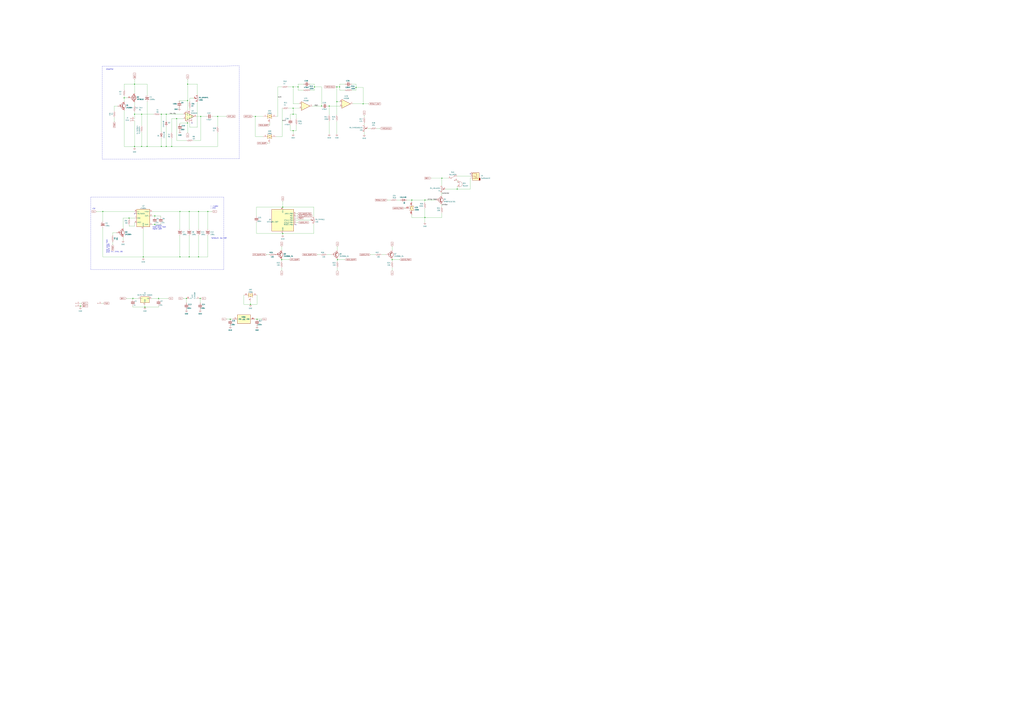
<source format=kicad_sch>
(kicad_sch (version 20211123) (generator eeschema)
  (paper "A0")
  (junction (at 478.155 232.41))
  (junction (at 217.805 116.84))
  (junction (at 179.705 260.985))
  (junction (at 394.335 100.965))
  (junction (at 205.105 137.795))
  (junction (at 296.545 135.255))
  (junction (at 382.27 123.19))
  (junction (at 156.21 170.18))
  (junction (at 216.535 346.71))
  (junction (at 154.305 346.71))
  (junction (at 156.21 132.715))
  (junction (at 232.41 346.71))
  (junction (at 346.075 100.965))
  (junction (at 340.36 132.715))
  (junction (at 530.86 219.71))
  (junction (at 179.705 250.825))
  (junction (at 164.465 132.715))
  (junction (at 290.83 353.695))
  (junction (at 421.64 120.65))
  (junction (at 328.295 240.665))
  (junction (at 327.025 301.625))
  (junction (at 164.465 170.18))
  (junction (at 166.37 298.45))
  (junction (at 252.73 135.255))
  (junction (at 149.86 253.365))
  (junction (at 119.38 245.745))
  (junction (at 241.3 245.745))
  (junction (at 513.08 207.01))
  (junction (at 340.36 100.965))
  (junction (at 340.36 151.765))
  (junction (at 298.45 370.84))
  (junction (at 193.04 132.715))
  (junction (at 168.275 356.87))
  (junction (at 208.915 298.45))
  (junction (at 230.505 245.745))
  (junction (at 170.815 170.18))
  (junction (at 93.345 355.6))
  (junction (at 391.795 301.625))
  (junction (at 340.36 125.73))
  (junction (at 219.71 245.745))
  (junction (at 233.045 135.255))
  (junction (at 328.295 271.145))
  (junction (at 219.71 298.45))
  (junction (at 156.21 97.79))
  (junction (at 373.38 123.19))
  (junction (at 391.16 100.965))
  (junction (at 365.125 100.965))
  (junction (at 193.04 170.18))
  (junction (at 187.325 132.715))
  (junction (at 493.395 232.41))
  (junction (at 230.505 298.45))
  (junction (at 493.395 252.73))
  (junction (at 455.295 301.625))
  (junction (at 187.325 170.18))
  (junction (at 267.335 370.84))
  (junction (at 217.805 142.875))
  (junction (at 199.39 170.18))
  (junction (at 217.805 97.79))
  (junction (at 413.385 101.6))
  (junction (at 391.16 118.11))
  (junction (at 208.915 245.745))
  (junction (at 144.145 113.665))
  (junction (at 184.15 346.71))
  (no_connect (at 343.535 260.985))
  (no_connect (at 222.885 142.875))
  (no_connect (at 156.21 248.285))
  (no_connect (at 546.1 201.93))
  (wire (pts (xy 478.155 232.41) (xy 493.395 232.41)))
  (wire (pts (xy 170.815 118.11) (xy 170.815 170.18)))
  (wire (pts (xy 186.69 252.095) (xy 186.69 250.825)))
  (wire (pts (xy 156.21 92.075) (xy 156.21 97.79)))
  (wire (pts (xy 252.73 135.255) (xy 262.89 135.255)))
  (wire (pts (xy 156.21 118.745) (xy 156.21 122.555)))
  (wire (pts (xy 166.37 266.065) (xy 166.37 298.45)))
  (wire (pts (xy 391.16 118.11) (xy 391.16 133.35)))
  (wire (pts (xy 156.21 170.18) (xy 156.21 171.45)))
  (wire (pts (xy 310.515 166.37) (xy 313.055 166.37)))
  (wire (pts (xy 224.155 163.195) (xy 233.045 163.195)))
  (wire (pts (xy 382.27 123.19) (xy 394.335 123.19)))
  (wire (pts (xy 461.01 232.41) (xy 464.82 232.41)))
  (wire (pts (xy 493.395 252.73) (xy 493.395 258.445)))
  (wire (pts (xy 530.86 204.47) (xy 546.1 204.47)))
  (wire (pts (xy 148.59 113.665) (xy 144.145 113.665)))
  (wire (pts (xy 443.23 295.91) (xy 447.675 295.91)))
  (wire (pts (xy 208.915 142.875) (xy 217.805 142.875)))
  (wire (pts (xy 184.15 346.71) (xy 195.58 346.71)))
  (wire (pts (xy 352.425 97.79) (xy 346.075 97.79)))
  (polyline (pts (xy 259.715 313.055) (xy 105.41 313.055)))
  (wire (pts (xy 322.58 135.255) (xy 320.675 135.255)))
  (wire (pts (xy 217.805 142.875) (xy 217.805 154.305)))
  (wire (pts (xy 142.875 265.43) (xy 142.875 253.365)))
  (wire (pts (xy 293.37 135.255) (xy 296.545 135.255)))
  (wire (pts (xy 421.64 120.65) (xy 421.64 101.6)))
  (wire (pts (xy 500.38 207.01) (xy 513.08 207.01)))
  (wire (pts (xy 394.335 104.775) (xy 400.685 104.775)))
  (wire (pts (xy 118.11 352.425) (xy 120.015 352.425)))
  (wire (pts (xy 132.715 141.605) (xy 132.715 136.525)))
  (wire (pts (xy 409.575 120.65) (xy 421.64 120.65)))
  (wire (pts (xy 187.325 132.715) (xy 193.04 132.715)))
  (wire (pts (xy 267.335 370.84) (xy 270.51 370.84)))
  (wire (pts (xy 344.17 137.795) (xy 344.17 132.715)))
  (wire (pts (xy 232.41 346.71) (xy 232.41 351.79)))
  (wire (pts (xy 227.965 135.255) (xy 233.045 135.255)))
  (polyline (pts (xy 259.715 229.235) (xy 259.715 313.055)))
  (wire (pts (xy 296.545 135.255) (xy 296.545 158.75)))
  (wire (pts (xy 144.145 128.27) (xy 144.145 170.18)))
  (wire (pts (xy 208.915 245.745) (xy 208.915 266.065)))
  (wire (pts (xy 144.145 113.665) (xy 144.145 118.11)))
  (wire (pts (xy 186.69 259.715) (xy 186.69 260.985)))
  (wire (pts (xy 231.775 346.71) (xy 232.41 346.71)))
  (wire (pts (xy 220.345 114.3) (xy 220.345 118.11)))
  (wire (pts (xy 493.395 252.73) (xy 513.08 252.73)))
  (wire (pts (xy 208.28 125.095) (xy 208.28 125.73)))
  (wire (pts (xy 241.3 245.745) (xy 241.3 266.065)))
  (wire (pts (xy 343.535 258.445) (xy 346.075 258.445)))
  (wire (pts (xy 334.645 100.965) (xy 340.36 100.965)))
  (wire (pts (xy 93.345 355.6) (xy 93.345 356.87)))
  (wire (pts (xy 516.89 219.71) (xy 530.86 219.71)))
  (wire (pts (xy 327.66 158.75) (xy 320.675 158.75)))
  (wire (pts (xy 119.38 245.745) (xy 156.21 245.745)))
  (wire (pts (xy 400.685 97.79) (xy 394.335 97.79)))
  (wire (pts (xy 170.815 97.79) (xy 156.21 97.79)))
  (wire (pts (xy 373.38 123.19) (xy 373.38 100.965)))
  (wire (pts (xy 187.325 170.18) (xy 193.04 170.18)))
  (wire (pts (xy 328.295 233.68) (xy 328.295 240.665)))
  (wire (pts (xy 382.27 140.97) (xy 382.27 155.575)))
  (wire (pts (xy 154.305 355.6) (xy 154.305 356.87)))
  (wire (pts (xy 337.185 151.765) (xy 340.36 151.765)))
  (wire (pts (xy 230.505 245.745) (xy 241.3 245.745)))
  (polyline (pts (xy 277.9307 184.4135) (xy 277.9307 76.4635)))
  (wire (pts (xy 296.545 135.255) (xy 305.435 135.255)))
  (wire (pts (xy 391.795 300.99) (xy 391.795 301.625)))
  (wire (pts (xy 217.805 116.84) (xy 217.805 127.635)))
  (polyline (pts (xy 252.095 76.835) (xy 118.745 76.835)))
  (wire (pts (xy 340.36 100.965) (xy 346.075 100.965)))
  (wire (pts (xy 146.685 346.71) (xy 154.305 346.71)))
  (wire (pts (xy 493.395 232.41) (xy 505.46 232.41)))
  (wire (pts (xy 478.155 252.73) (xy 493.395 252.73)))
  (wire (pts (xy 208.915 144.145) (xy 208.915 142.875)))
  (wire (pts (xy 364.49 252.095) (xy 364.49 240.665)))
  (wire (pts (xy 347.345 120.65) (xy 340.36 120.65)))
  (wire (pts (xy 164.465 170.18) (xy 170.815 170.18)))
  (wire (pts (xy 340.36 125.73) (xy 347.345 125.73)))
  (wire (pts (xy 391.795 301.625) (xy 391.795 303.53)))
  (wire (pts (xy 309.245 295.91) (xy 312.42 295.91)))
  (wire (pts (xy 429.895 295.91) (xy 435.61 295.91)))
  (wire (pts (xy 413.385 101.6) (xy 413.385 104.775)))
  (wire (pts (xy 241.3 273.685) (xy 241.3 298.45)))
  (wire (pts (xy 156.21 132.715) (xy 156.21 137.795)))
  (wire (pts (xy 343.535 248.285) (xy 345.44 248.285)))
  (wire (pts (xy 327.025 301.625) (xy 327.025 303.53)))
  (wire (pts (xy 156.21 130.175) (xy 156.21 132.715)))
  (wire (pts (xy 362.585 123.19) (xy 373.38 123.19)))
  (wire (pts (xy 455.295 301.625) (xy 455.295 303.53)))
  (wire (pts (xy 337.185 145.415) (xy 337.185 151.765)))
  (wire (pts (xy 327.025 286.385) (xy 327.025 290.83)))
  (wire (pts (xy 455.295 300.99) (xy 455.295 301.625)))
  (wire (pts (xy 298.45 342.9) (xy 298.45 353.695)))
  (wire (pts (xy 130.81 270.51) (xy 130.81 273.685)))
  (wire (pts (xy 156.21 170.18) (xy 144.145 170.18)))
  (wire (pts (xy 193.04 170.18) (xy 199.39 170.18)))
  (wire (pts (xy 391.795 286.385) (xy 391.795 290.83)))
  (wire (pts (xy 156.21 262.89) (xy 149.86 262.89)))
  (wire (pts (xy 328.295 240.665) (xy 297.815 240.665)))
  (wire (pts (xy 220.345 142.875) (xy 220.345 147.955)))
  (wire (pts (xy 381 123.19) (xy 382.27 123.19)))
  (wire (pts (xy 320.04 295.91) (xy 319.405 295.91)))
  (wire (pts (xy 225.425 114.3) (xy 220.345 114.3)))
  (wire (pts (xy 340.36 132.715) (xy 344.17 132.715)))
  (wire (pts (xy 364.49 259.715) (xy 364.49 271.145)))
  (wire (pts (xy 186.69 250.825) (xy 179.705 250.825)))
  (wire (pts (xy 337.185 132.715) (xy 340.36 132.715)))
  (wire (pts (xy 530.86 216.535) (xy 530.86 219.71)))
  (wire (pts (xy 119.38 264.795) (xy 119.38 298.45)))
  (polyline (pts (xy 105.41 313.055) (xy 105.41 229.235)))
  (wire (pts (xy 170.815 110.49) (xy 170.815 97.79)))
  (wire (pts (xy 230.505 273.685) (xy 230.505 298.45)))
  (wire (pts (xy 92.71 355.6) (xy 93.345 355.6)))
  (wire (pts (xy 365.125 100.965) (xy 365.125 104.775)))
  (wire (pts (xy 365.125 97.79) (xy 360.045 97.79)))
  (wire (pts (xy 408.305 104.775) (xy 413.385 104.775)))
  (wire (pts (xy 186.055 132.715) (xy 187.325 132.715)))
  (wire (pts (xy 233.045 135.255) (xy 233.045 163.195)))
  (wire (pts (xy 340.36 151.765) (xy 344.17 151.765)))
  (wire (pts (xy 164.465 146.05) (xy 164.465 132.715)))
  (wire (pts (xy 340.36 125.73) (xy 340.36 132.715)))
  (wire (pts (xy 217.805 97.79) (xy 229.235 97.79)))
  (wire (pts (xy 184.15 356.87) (xy 168.275 356.87)))
  (wire (pts (xy 493.395 242.57) (xy 493.395 252.73)))
  (wire (pts (xy 464.185 301.625) (xy 455.295 301.625)))
  (wire (pts (xy 391.16 118.11) (xy 391.16 100.965)))
  (wire (pts (xy 368.3 295.91) (xy 372.11 295.91)))
  (wire (pts (xy 149.86 261.62) (xy 149.86 262.89)))
  (wire (pts (xy 154.305 346.71) (xy 154.305 347.98)))
  (wire (pts (xy 337.185 132.715) (xy 337.185 137.795)))
  (wire (pts (xy 217.805 97.79) (xy 217.805 116.84)))
  (wire (pts (xy 267.335 378.46) (xy 267.335 379.095)))
  (wire (pts (xy 283.21 342.9) (xy 283.21 353.695)))
  (wire (pts (xy 297.815 271.145) (xy 328.295 271.145)))
  (wire (pts (xy 422.91 143.51) (xy 422.91 145.415)))
  (wire (pts (xy 208.915 273.685) (xy 208.915 298.45)))
  (wire (pts (xy 335.915 301.625) (xy 327.025 301.625)))
  (wire (pts (xy 262.89 370.84) (xy 267.335 370.84)))
  (wire (pts (xy 219.71 273.685) (xy 219.71 298.45)))
  (polyline (pts (xy 252.095 76.835) (xy 277.9307 76.4635)))
  (wire (pts (xy 216.535 163.195) (xy 205.105 163.195)))
  (wire (pts (xy 391.16 140.97) (xy 391.16 155.575)))
  (wire (pts (xy 421.64 120.65) (xy 427.99 120.65)))
  (wire (pts (xy 156.21 140.335) (xy 156.21 170.18)))
  (wire (pts (xy 205.105 137.795) (xy 212.725 137.795)))
  (wire (pts (xy 132.715 123.19) (xy 136.525 123.19)))
  (wire (pts (xy 389.89 100.965) (xy 391.16 100.965)))
  (wire (pts (xy 426.72 149.225) (xy 429.895 149.225)))
  (wire (pts (xy 216.535 346.71) (xy 216.535 351.79)))
  (polyline (pts (xy 105.41 229.235) (xy 109.855 229.235)))
  (wire (pts (xy 328.295 271.145) (xy 328.295 273.05)))
  (wire (pts (xy 130.81 281.305) (xy 130.81 284.48)))
  (wire (pts (xy 373.38 100.965) (xy 365.125 100.965)))
  (wire (pts (xy 184.15 346.71) (xy 184.15 347.98)))
  (wire (pts (xy 229.235 110.49) (xy 229.235 97.79)))
  (wire (pts (xy 365.125 100.965) (xy 365.125 97.79)))
  (wire (pts (xy 327.025 100.965) (xy 322.58 100.965)))
  (wire (pts (xy 322.58 100.965) (xy 322.58 135.255)))
  (wire (pts (xy 176.53 260.985) (xy 179.705 260.985)))
  (wire (pts (xy 247.015 135.255) (xy 252.73 135.255)))
  (wire (pts (xy 216.535 359.41) (xy 216.535 360.045)))
  (wire (pts (xy 340.36 120.65) (xy 340.36 100.965)))
  (wire (pts (xy 219.71 245.745) (xy 219.71 266.065)))
  (wire (pts (xy 193.04 132.715) (xy 212.725 132.715)))
  (wire (pts (xy 305.435 158.75) (xy 296.545 158.75)))
  (wire (pts (xy 290.83 350.52) (xy 290.83 353.695)))
  (wire (pts (xy 290.83 353.695) (xy 298.45 353.695)))
  (wire (pts (xy 469.265 241.935) (xy 470.535 241.935)))
  (wire (pts (xy 335.28 125.73) (xy 340.36 125.73)))
  (wire (pts (xy 513.08 227.33) (xy 513.08 223.52)))
  (wire (pts (xy 340.36 155.575) (xy 340.36 151.765)))
  (wire (pts (xy 184.15 355.6) (xy 184.15 356.87)))
  (wire (pts (xy 298.45 378.46) (xy 298.45 379.095)))
  (wire (pts (xy 193.04 139.7) (xy 193.04 132.715)))
  (wire (pts (xy 111.76 245.745) (xy 119.38 245.745)))
  (wire (pts (xy 394.335 118.11) (xy 391.16 118.11)))
  (wire (pts (xy 92.71 352.425) (xy 94.615 352.425)))
  (wire (pts (xy 230.505 298.45) (xy 241.3 298.45)))
  (wire (pts (xy 298.45 370.84) (xy 304.165 370.84)))
  (wire (pts (xy 229.235 118.11) (xy 229.235 147.955)))
  (wire (pts (xy 166.37 298.45) (xy 166.37 299.72)))
  (wire (pts (xy 343.535 250.825) (xy 345.44 250.825)))
  (wire (pts (xy 283.21 353.695) (xy 290.83 353.695)))
  (wire (pts (xy 327.66 125.73) (xy 327.66 158.75)))
  (wire (pts (xy 455.295 311.15) (xy 455.295 314.325)))
  (wire (pts (xy 530.86 219.71) (xy 546.1 219.71)))
  (wire (pts (xy 199.39 161.29) (xy 199.39 170.18)))
  (wire (pts (xy 478.155 232.41) (xy 478.155 234.315)))
  (wire (pts (xy 232.41 359.41) (xy 232.41 360.045)))
  (wire (pts (xy 119.38 245.745) (xy 119.38 257.175)))
  (wire (pts (xy 394.335 97.79) (xy 394.335 100.965)))
  (wire (pts (xy 208.28 117.475) (xy 208.28 116.84)))
  (wire (pts (xy 93.345 355.6) (xy 94.615 355.6)))
  (wire (pts (xy 220.345 125.73) (xy 220.345 127.635)))
  (wire (pts (xy 493.395 232.41) (xy 493.395 234.95)))
  (polyline (pts (xy 118.745 184.785) (xy 277.9307 184.4135)))
  (wire (pts (xy 219.71 298.45) (xy 230.505 298.45)))
  (wire (pts (xy 343.535 255.905) (xy 360.68 255.905)))
  (wire (pts (xy 252.73 154.305) (xy 252.73 170.18)))
  (wire (pts (xy 179.705 252.095) (xy 179.705 250.825)))
  (wire (pts (xy 179.705 260.985) (xy 186.69 260.985)))
  (wire (pts (xy 164.465 153.67) (xy 164.465 170.18)))
  (wire (pts (xy 530.86 209.55) (xy 530.86 211.455)))
  (wire (pts (xy 422.91 153.035) (xy 422.91 156.21)))
  (wire (pts (xy 144.145 111.76) (xy 144.145 113.665)))
  (wire (pts (xy 400.685 301.625) (xy 391.795 301.625)))
  (wire (pts (xy 156.21 258.445) (xy 156.21 262.89)))
  (wire (pts (xy 187.325 160.655) (xy 187.325 170.18)))
  (wire (pts (xy 413.385 97.79) (xy 408.305 97.79)))
  (wire (pts (xy 455.295 286.385) (xy 455.295 290.83)))
  (wire (pts (xy 379.73 295.91) (xy 384.175 295.91)))
  (wire (pts (xy 212.725 346.71) (xy 216.535 346.71)))
  (wire (pts (xy 295.91 370.84) (xy 298.45 370.84)))
  (wire (pts (xy 219.71 245.745) (xy 230.505 245.745)))
  (wire (pts (xy 513.08 207.01) (xy 520.7 207.01)))
  (wire (pts (xy 217.805 92.075) (xy 217.805 97.79)))
  (wire (pts (xy 149.86 253.365) (xy 149.86 254)))
  (wire (pts (xy 176.53 245.745) (xy 208.915 245.745)))
  (wire (pts (xy 391.795 311.15) (xy 391.795 314.325)))
  (wire (pts (xy 343.535 253.365) (xy 345.44 253.365)))
  (wire (pts (xy 346.075 97.79) (xy 346.075 100.965)))
  (wire (pts (xy 156.21 97.79) (xy 156.21 108.585)))
  (wire (pts (xy 166.37 298.45) (xy 208.915 298.45)))
  (wire (pts (xy 208.915 298.45) (xy 219.71 298.45)))
  (wire (pts (xy 154.305 356.87) (xy 168.275 356.87)))
  (wire (pts (xy 233.045 135.255) (xy 239.395 135.255)))
  (wire (pts (xy 187.325 153.035) (xy 187.325 132.715)))
  (wire (pts (xy 205.105 163.195) (xy 205.105 137.795)))
  (wire (pts (xy 144.145 104.14) (xy 144.145 97.79)))
  (wire (pts (xy 297.815 258.445) (xy 297.815 271.145)))
  (wire (pts (xy 179.705 250.825) (xy 176.53 250.825)))
  (wire (pts (xy 327.025 300.99) (xy 327.025 301.625)))
  (wire (pts (xy 156.21 170.18) (xy 164.465 170.18)))
  (wire (pts (xy 208.28 116.84) (xy 217.805 116.84)))
  (wire (pts (xy 119.38 298.45) (xy 166.37 298.45)))
  (wire (pts (xy 142.875 253.365) (xy 149.86 253.365)))
  (wire (pts (xy 230.505 245.745) (xy 230.505 266.065)))
  (wire (pts (xy 142.875 275.59) (xy 142.875 279.4)))
  (wire (pts (xy 229.235 147.955) (xy 220.345 147.955)))
  (wire (pts (xy 513.08 207.01) (xy 513.08 215.9)))
  (wire (pts (xy 327.025 311.15) (xy 327.025 314.325)))
  (wire (pts (xy 346.075 100.965) (xy 346.075 104.775)))
  (wire (pts (xy 364.49 271.145) (xy 328.295 271.145)))
  (wire (pts (xy 344.17 151.765) (xy 344.17 145.415)))
  (wire (pts (xy 156.21 253.365) (xy 149.86 253.365)))
  (wire (pts (xy 175.895 346.71) (xy 184.15 346.71)))
  (wire (pts (xy 382.27 123.19) (xy 382.27 133.35)))
  (wire (pts (xy 360.045 104.775) (xy 365.125 104.775)))
  (wire (pts (xy 208.915 151.765) (xy 208.915 152.4)))
  (wire (pts (xy 199.39 137.795) (xy 199.39 153.67)))
  (wire (pts (xy 346.075 104.775) (xy 352.425 104.775)))
  (wire (pts (xy 154.305 346.71) (xy 160.655 346.71)))
  (wire (pts (xy 144.145 97.79) (xy 156.21 97.79)))
  (polyline (pts (xy 109.855 229.235) (xy 259.715 229.235)))
  (wire (pts (xy 252.73 170.18) (xy 199.39 170.18)))
  (wire (pts (xy 513.08 247.65) (xy 513.08 252.73)))
  (wire (pts (xy 241.3 245.745) (xy 246.38 245.745)))
  (wire (pts (xy 252.73 135.255) (xy 252.73 146.685)))
  (wire (pts (xy 513.08 237.49) (xy 513.08 240.03)))
  (wire (pts (xy 179.705 259.715) (xy 179.705 260.985)))
  (wire (pts (xy 422.91 133.985) (xy 422.91 135.89)))
  (wire (pts (xy 394.335 100.965) (xy 394.335 104.775)))
  (wire (pts (xy 546.1 207.01) (xy 546.1 219.71)))
  (wire (pts (xy 449.58 232.41) (xy 453.39 232.41)))
  (wire (pts (xy 135.255 270.51) (xy 130.81 270.51)))
  (wire (pts (xy 313.055 142.875) (xy 313.055 145.415)))
  (wire (pts (xy 297.815 240.665) (xy 297.815 250.825)))
  (wire (pts (xy 472.44 232.41) (xy 478.155 232.41)))
  (wire (pts (xy 232.41 346.71) (xy 233.68 346.71)))
  (polyline (pts (xy 118.745 76.835) (xy 118.745 184.785)))
  (wire (pts (xy 193.04 147.32) (xy 193.04 170.18)))
  (wire (pts (xy 164.465 132.715) (xy 178.435 132.715)))
  (wire (pts (xy 413.385 101.6) (xy 421.64 101.6)))
  (wire (pts (xy 156.21 132.715) (xy 164.465 132.715)))
  (wire (pts (xy 170.815 170.18) (xy 187.325 170.18)))
  (wire (pts (xy 391.16 100.965) (xy 394.335 100.965)))
  (wire (pts (xy 132.715 123.19) (xy 132.715 128.905)))
  (wire (pts (xy 478.155 249.555) (xy 478.155 252.73)))
  (wire (pts (xy 364.49 240.665) (xy 328.295 240.665)))
  (wire (pts (xy 208.915 245.745) (xy 219.71 245.745)))
  (wire (pts (xy 413.385 97.79) (xy 413.385 101.6)))
  (wire (pts (xy 437.515 149.225) (xy 441.325 149.225)))
  (wire (pts (xy 168.275 354.33) (xy 168.275 356.87)))
  (wire (pts (xy 199.39 137.795) (xy 205.105 137.795)))
  (text "V+, 1KHz, 5%\n\n" (at 128.905 295.275 0) (effects (font (size 1.27 1.27)) (justify left bottom)))
  (text "Amplifier" (at 123.19 81.28 0) (effects (font (size 1.27 1.27)) (justify left bottom)))
  (text "Keep away from \nsignal path" (at 127 294.005 90) (effects (font (size 1.27 1.27)) (justify left bottom)))
  (text "ceramic" (at 180.34 262.89 0) (effects (font (size 1.27 1.27)) (justify left bottom)))
  (text "Tantalum, low ESR" (at 245.11 277.495 0) (effects (font (size 1.27 1.27)) (justify left bottom)))
  (text "Keep away from \nsignal path" (at 177.165 266.7 0) (effects (font (size 1.27 1.27)) (justify left bottom)))
  (text "~ -4.65V\n~ 2mA" (at 244.475 242.57 0) (effects (font (size 1.27 1.27)) (justify left bottom)))
  (text "+5V\n" (at 106.68 243.205 0) (effects (font (size 1.27 1.27)) (justify left bottom)))
  (label "collector" (at 513.08 225.425 0))
  (label "drlng-base" (at 496.57 232.41 0))
  (label "raw sig" (at 196.85 132.715 0))
  (label "emitter" (at 513.08 238.76 0))
  (label "stg1" (at 365.125 123.19 0))
  (label "out1" (at 322.58 113.665 0))
  (label "out2" (at 327.66 140.97 0))
  (global_label "V-" (shape input) (at 233.68 346.71 0) (property "Intersheet References" "${INTERSHEET_REFS}" (effects hide)))
  (global_label "AUDIO_PWM" (shape input) (at 464.185 301.625 0) (property "Intersheet References" "${INTERSHEET_REFS}" (effects hide)))
  (global_label "MAIN_SAMP_PIN" (shape input) (at 368.3 295.91 180) (property "Intersheet References" "${INTERSHEET_REFS}" (effects hide)))
  (global_label "BAT+" (shape input) (at 146.685 346.71 180) (property "Intersheet References" "${INTERSHEET_REFS}" (effects hide)))
  (global_label "V+" (shape input) (at 212.725 346.71 180) (property "Intersheet References" "${INTERSHEET_REFS}" (effects hide)))
  (global_label "AMP_SIG" (shape input) (at 293.37 135.255 180) (property "Intersheet References" "${INTERSHEET_REFS}" (effects hide)))
  (global_label "MAIN_SAMP" (shape input) (at 400.685 301.625 0) (property "Intersheet References" "${INTERSHEET_REFS}" (effects hide)))
  (global_label "PWM" (shape input) (at 130.81 284.48 270) (property "Intersheet References" "${INTERSHEET_REFS}" (effects hide)))
  (global_label "AMP_SIG" (shape input) (at 262.89 135.255 0) (property "Intersheet References" "${INTERSHEET_REFS}" (effects hide)))
  (global_label "RESULT_OUT" (shape input) (at 427.99 120.65 0) (property "Intersheet References" "${INTERSHEET_REFS}" (effects hide)))
  (global_label "AUDIO_PIN" (shape input) (at 429.895 295.91 180) (property "Intersheet References" "${INTERSHEET_REFS}" (effects hide)))
  (global_label "EFE_SAMP" (shape input) (at 310.515 166.37 180) (property "Intersheet References" "${INTERSHEET_REFS}" (effects hide)))
  (global_label "V+" (shape input) (at 455.295 286.385 90) (property "Intersheet References" "${INTERSHEET_REFS}" (effects hide)))
  (global_label "EFE_SAMP_PIN" (shape input) (at 309.245 295.91 180) (property "Intersheet References" "${INTERSHEET_REFS}" (effects hide)))
  (global_label "EFE_SAMP" (shape input) (at 335.915 301.625 0) (property "Intersheet References" "${INTERSHEET_REFS}" (effects hide)))
  (global_label "BAT+" (shape input) (at 156.21 92.075 90) (property "Intersheet References" "${INTERSHEET_REFS}" (effects hide)))
  (global_label "V+" (shape input) (at 111.76 245.745 180) (property "Intersheet References" "${INTERSHEET_REFS}" (effects hide)))
  (global_label "PWM" (shape input) (at 132.715 141.605 270) (property "Intersheet References" "${INTERSHEET_REFS}" (effects hide)))
  (global_label "V-" (shape input) (at 455.295 314.325 270) (property "Intersheet References" "${INTERSHEET_REFS}" (effects hide)))
  (global_label "V+" (shape input) (at 391.795 286.385 90) (property "Intersheet References" "${INTERSHEET_REFS}" (effects hide)))
  (global_label "EFE_SAMP_PIN" (shape input) (at 345.44 248.285 0) (property "Intersheet References" "${INTERSHEET_REFS}" (effects hide)))
  (global_label "AUDIO_PWM" (shape input) (at 469.265 241.935 180) (property "Intersheet References" "${INTERSHEET_REFS}" (effects hide)))
  (global_label "V-" (shape input) (at 327.025 314.325 270) (property "Intersheet References" "${INTERSHEET_REFS}" (effects hide)))
  (global_label "THRESHOLD" (shape input) (at 389.89 100.965 180) (property "Intersheet References" "${INTERSHEET_REFS}" (effects hide)))
  (global_label "RESULT_OUT" (shape input) (at 449.58 232.41 180) (property "Intersheet References" "${INTERSHEET_REFS}" (effects hide)))
  (global_label "V-" (shape input) (at 391.795 314.325 270) (property "Intersheet References" "${INTERSHEET_REFS}" (effects hide)))
  (global_label "V-" (shape input) (at 422.91 133.985 90) (property "Intersheet References" "${INTERSHEET_REFS}" (effects hide)))
  (global_label "BAT+" (shape input) (at 500.38 207.01 180) (property "Intersheet References" "${INTERSHEET_REFS}" (effects hide)))
  (global_label "MAIN_SAMP_PIN" (shape input) (at 345.44 250.825 0) (property "Intersheet References" "${INTERSHEET_REFS}" (effects hide)))
  (global_label "BAT-" (shape input) (at 94.615 355.6 0) (property "Intersheet References" "${INTERSHEET_REFS}" (effects hide)))
  (global_label "V+" (shape input) (at 217.805 92.075 90) (property "Intersheet References" "${INTERSHEET_REFS}" (effects hide)))
  (global_label "V+" (shape input) (at 328.295 233.68 90) (property "Intersheet References" "${INTERSHEET_REFS}" (effects hide)))
  (global_label "PWM" (shape input) (at 345.44 253.365 0) (property "Intersheet References" "${INTERSHEET_REFS}" (effects hide)))
  (global_label "PWM" (shape input) (at 120.015 352.425 0) (property "Intersheet References" "${INTERSHEET_REFS}" (effects hide)))
  (global_label "V-" (shape input) (at 262.89 370.84 180) (property "Intersheet References" "${INTERSHEET_REFS}" (effects hide)))
  (global_label "V+" (shape input) (at 304.165 370.84 0) (property "Intersheet References" "${INTERSHEET_REFS}" (effects hide)))
  (global_label "V-" (shape input) (at 217.805 154.305 270) (property "Intersheet References" "${INTERSHEET_REFS}" (effects hide)))
  (global_label "THRESHOLD" (shape input) (at 441.325 149.225 0) (property "Intersheet References" "${INTERSHEET_REFS}" (effects hide)))
  (global_label "V-" (shape input) (at 246.38 245.745 0) (property "Intersheet References" "${INTERSHEET_REFS}" (effects hide)))
  (global_label "V+" (shape input) (at 327.025 286.385 90) (property "Intersheet References" "${INTERSHEET_REFS}" (effects hide)))
  (global_label "V+" (shape input) (at 195.58 346.71 0) (property "Intersheet References" "${INTERSHEET_REFS}" (effects hide)))
  (global_label "BAT+" (shape input) (at 94.615 352.425 0) (property "Intersheet References" "${INTERSHEET_REFS}" (effects hide)))
  (global_label "MAIN_SAMP" (shape input) (at 313.055 145.415 180) (property "Intersheet References" "${INTERSHEET_REFS}" (effects hide)))
  (global_label "AUDIO_PIN" (shape input) (at 346.075 258.445 0) (property "Intersheet References" "${INTERSHEET_REFS}" (effects hide)))
  (symbol (lib_id "Connector:Conn_01x01_Female") (at 87.63 352.425 180) (unit 1)
    (property "Reference" "J2" (effects hide))
    (property "Value" "BAT+" (effects hide))
    (property "Footprint" "Connector_Wire:SolderWirePad_1x01_SMD_2x4mm" (effects hide))
  )
  (symbol (lib_id "Device:R_US") (at 252.73 150.495 0) (mirror x) (unit 1)
    (property "Reference" "R28" (at 247.015 149.225 0) (effects (justify left)))
    (property "Value" "1k" (at 247.015 151.765 0) (effects (justify left)))
    (property "Footprint" "Resistor_SMD:R_0805_2012Metric" (effects hide))
  )
  (symbol (lib_id "Device:C_Polarized_US") (at 170.815 114.3 0) (unit 1)
    (property "Reference" "C4" (at 173.736 112.7565 0) (effects (justify left)))
    (property "Value" "1000u" (at 173.736 115.5316 0) (effects (justify left)))
    (property "Footprint" "Capacitor_THT:CP_Radial_D10.0mm_P5.00mm" (effects hide))
  )
  (symbol (lib_id "Device:R_US") (at 433.705 149.225 270) (mirror x) (unit 1)
    (property "Reference" "R18" (at 431.8 142.875 90) (effects (justify left)))
    (property "Value" "22k" (at 431.8 145.415 90) (effects (justify left)))
    (property "Footprint" "Resistor_SMD:R_0805_2012Metric" (effects hide))
  )
  (symbol (lib_id "Device:R_US") (at 164.465 149.86 180) (unit 1)
    (property "Reference" "R_DAMP1" (at 161.925 146.685 90) (effects (justify left)))
    (property "Value" "1k 0.25W+" (at 159.385 145.415 90) (effects (justify left)))
    (property "Footprint" "Resistor_THT:R_Axial_DIN0207_L6.3mm_D2.5mm_P10.16mm_Horizontal" (effects hide))
  )
  (symbol (lib_id "power:GND") (at 208.915 152.4 0) (unit 1)
    (property "Reference" "#PWR07" (effects hide))
    (property "Value" "GND" (at 208.915 156.9625 0))
  )
  (symbol (lib_id "Device:R_US") (at 356.235 104.775 270) (mirror x) (unit 1)
    (property "Reference" "R13" (at 359.41 100.33 90) (effects (justify left)))
    (property "Value" "220k" (at 359.41 102.87 90) (effects (justify left)))
    (property "Footprint" "Resistor_SMD:R_0805_2012Metric" (effects hide))
  )
  (symbol (lib_id "Device:R_US") (at 493.395 238.76 0) (mirror y) (unit 1)
    (property "Reference" "R20" (at 491.49 236.855 0) (effects (justify left)))
    (property "Value" "100k" (at 491.49 239.395 0) (effects (justify left)))
    (property "Footprint" "Resistor_SMD:R_0805_2012Metric" (effects hide))
  )
  (symbol (lib_id "Device:R_US") (at 391.795 307.34 0) (mirror y) (unit 1)
    (property "Reference" "R23" (at 389.89 305.435 0) (effects (justify left)))
    (property "Value" "10k" (at 389.89 307.975 0) (effects (justify left)))
    (property "Footprint" "Resistor_SMD:R_0805_2012Metric" (effects hide))
  )
  (symbol (lib_id "power:GND") (at 156.21 171.45 0) (unit 1)
    (property "Reference" "#PWR02" (effects hide))
    (property "Value" "GND" (at 156.21 176.53 0))
  )
  (symbol (lib_id "power:GND") (at 422.91 156.21 0) (unit 1)
    (property "Reference" "#PWR015" (effects hide))
    (property "Value" "GND" (at 422.91 160.7725 0))
  )
  (symbol (lib_id "Device:R_US") (at 439.42 295.91 90) (mirror x) (unit 1)
    (property "Reference" "R27" (at 440.055 293.37 90) (effects (justify left)))
    (property "Value" "10k" (at 441.325 298.45 90) (effects (justify left)))
    (property "Footprint" "Resistor_SMD:R_0805_2012Metric" (effects hide))
  )
  (symbol (lib_id "Device:C_Polarized_US") (at 219.71 269.875 180) (unit 1)
    (property "Reference" "C8" (at 222.631 269.6015 0) (effects (justify right)))
    (property "Value" "100u" (at 222.631 272.3766 0) (effects (justify right)))
    (property "Footprint" "Capacitor_Tantalum_SMD:CP_EIA-7361-438_AVX-U_Pad2.18x3.30mm_HandSolder" (effects hide))
  )
  (symbol (lib_id "Device:C_Polarized_US") (at 241.3 269.875 180) (unit 1)
    (property "Reference" "C12" (at 244.221 269.6015 0) (effects (justify right)))
    (property "Value" "100u" (at 244.221 272.3766 0) (effects (justify right)))
    (property "Footprint" "Capacitor_Tantalum_SMD:CP_EIA-7361-438_AVX-U_Pad2.18x3.30mm_HandSolder" (effects hide))
  )
  (symbol (lib_id "!my-kicad-library:2N3906_2A") (at 324.485 295.91 0) (mirror x) (unit 1)
    (property "Reference" "Q5" (at 329.3364 295.0015 0) (effects (justify left)))
    (property "Value" "2N3906_2A" (at 329.3364 297.7766 0) (effects (justify left)))
    (property "Footprint" "Package_TO_SOT_SMD:SOT-23" (effects hide))
    (property "Datasheet" "https://www.onsemi.com/pdf/datasheet/pzt3906-d.pdf" (effects hide))
  )
  (symbol (lib_id "Device:C") (at 208.915 147.955 0) (unit 1)
    (property "Reference" "C10" (at 210.82 146.05 0) (effects (justify left)))
    (property "Value" "100n" (at 209.55 150.495 0) (effects (justify left)))
    (property "Footprint" "Capacitor_SMD:C_1206_3216Metric" (effects hide))
  )
  (symbol (lib_id "Device:C_Polarized_US") (at 208.915 269.875 180) (unit 1)
    (property "Reference" "C7" (at 211.836 269.6015 0) (effects (justify right)))
    (property "Value" "100u" (at 211.836 272.3766 0) (effects (justify right)))
    (property "Footprint" "Capacitor_Tantalum_SMD:CP_EIA-7361-438_AVX-U_Pad2.18x3.30mm_HandSolder" (effects hide))
  )
  (symbol (lib_id "Connector:Conn_01x01_Female") (at 113.03 352.425 180) (unit 1)
    (property "Reference" "J4" (effects hide))
    (property "Value" "PWM" (effects hide))
    (property "Footprint" "Connector_Wire:SolderWirePad_1x01_SMD_2x4mm" (effects hide))
  )
  (symbol (lib_id "power:GND") (at 232.41 360.045 0) (unit 1)
    (property "Reference" "#PWR05" (effects hide))
    (property "Value" "GND" (at 232.41 364.6075 0))
  )
  (symbol (lib_id "Device:Q_NPN_Darlington_BEC") (at 510.54 232.41 0) (unit 1)
    (property "Reference" "Q4" (at 515.3914 231.5015 0) (effects (justify left)))
    (property "Value" "MMBTA13LT3G" (at 515.3914 234.2766 0) (effects (justify left)))
    (property "Footprint" "Package_TO_SOT_SMD:SOT-23" (effects hide))
  )
  (symbol (lib_id "Diode:1N4148") (at 468.63 232.41 180) (unit 1)
    (property "Reference" "D3" (at 469.5385 234.442 90) (effects (justify left)))
    (property "Value" "1N4148" (at 471.805 229.235 0) (effects (justify left)))
    (property "Footprint" "Diode_SMD:D_1206_3216Metric" (effects hide))
    (property "Datasheet" "https://assets.nexperia.com/documents/data-sheet/1N4148_1N4448.pdf" (effects hide))
  )
  (symbol (lib_id "Device:C") (at 232.41 355.6 0) (unit 1)
    (property "Reference" "C14" (at 234.315 353.695 0) (effects (justify left)))
    (property "Value" "100n" (at 233.045 358.14 0) (effects (justify left)))
    (property "Footprint" "Capacitor_SMD:C_1206_3216Metric" (effects hide))
  )
  (symbol (lib_id "Device:R_US") (at 327.025 307.34 0) (mirror y) (unit 1)
    (property "Reference" "R22" (at 325.12 305.435 0) (effects (justify left)))
    (property "Value" "10k" (at 325.12 307.975 0) (effects (justify left)))
    (property "Footprint" "Resistor_SMD:R_0805_2012Metric" (effects hide))
  )
  (symbol (lib_id "4xxx:4066") (at 290.83 342.9 0) (mirror x) (unit 3)
    (property "Reference" "U5" (at 290.83 336.5205 0))
    (property "Value" "4066" (at 290.83 339.2956 0))
    (property "Footprint" "Package_SO:SO-14_3.9x8.65mm_P1.27mm" (effects hide))
    (property "Datasheet" "http://www.ti.com/lit/ds/symlink/cd4066b.pdf" (effects hide))
  )
  (symbol (lib_id "Diode:1N4148") (at 187.325 156.845 90) (unit 1)
    (property "Reference" "D1" (at 185.293 157.7535 90) (effects (justify left)))
    (property "Value" "1N4148" (at 190.5 160.655 0) (effects (justify left)))
    (property "Footprint" "Diode_SMD:D_1206_3216Metric" (effects hide))
    (property "Datasheet" "https://assets.nexperia.com/documents/data-sheet/1N4148_1N4448.pdf" (effects hide))
  )
  (symbol (lib_id "Device:R_US") (at 220.345 121.92 0) (mirror x) (unit 1)
    (property "Reference" "R7" (at 222.25 123.19 0) (effects (justify left)))
    (property "Value" "22k" (at 222.25 120.65 0) (effects (justify left)))
    (property "Footprint" "Resistor_SMD:R_0805_2012Metric" (effects hide))
  )
  (symbol (lib_id "Device:R_US") (at 132.715 132.715 180) (unit 1)
    (property "Reference" "R1" (at 130.175 130.81 90) (effects (justify left)))
    (property "Value" "10k" (at 127.635 130.81 90) (effects (justify left)))
    (property "Footprint" "Resistor_SMD:R_0805_2012Metric" (effects hide))
  )
  (symbol (lib_id "Device:Buzzer") (at 533.4 213.995 0) (unit 1)
    (property "Reference" "BZ1" (at 537.21 213.0865 0) (effects (justify left)))
    (property "Value" "Buzzer" (at 537.21 215.8616 0) (effects (justify left)))
    (property "Footprint" "!my-kicad-library:Buzzer-GT-0905A" (effects hide))
  )
  (symbol (lib_id "Device:R_Potentiometer_US") (at 513.08 219.71 0) (unit 1)
    (property "Reference" "RV_VOLUME1" (at 511.429 218.8014 0) (effects (justify right)))
    (property "Value" "1k" (at 511.429 221.5766 0) (effects (justify right)))
    (property "Footprint" "Connector_JST:JST_EH_B3B-EH-A_1x03_P2.50mm_Vertical" (effects hide))
  )
  (symbol (lib_id "Device:C") (at 216.535 355.6 0) (unit 1)
    (property "Reference" "C13" (at 218.44 353.695 0) (effects (justify left)))
    (property "Value" "100n" (at 217.17 358.14 0) (effects (justify left)))
    (property "Footprint" "Capacitor_SMD:C_1206_3216Metric" (effects hide))
  )
  (symbol (lib_id "!my-kicad-library:2N3904") (at 140.335 270.51 0) (unit 1)
    (property "Reference" "Q3" (at 145.1864 269.6015 0) (effects (justify left)))
    (property "Value" "2N3904" (at 145.1864 272.3766 0) (effects (justify left)))
    (property "Footprint" "Package_TO_SOT_SMD:SOT-23" (effects hide))
    (property "Datasheet" "https://www.onsemi.com/pub/Collateral/2N3903-D.PDF" (effects hide))
  )
  (symbol (lib_id "Device:R_US") (at 422.91 139.7 0) (mirror x) (unit 1)
    (property "Reference" "R17" (at 417.195 138.43 0) (effects (justify left)))
    (property "Value" "47k" (at 417.195 140.97 0) (effects (justify left)))
    (property "Footprint" "Resistor_SMD:R_0805_2012Metric" (effects hide))
  )
  (symbol (lib_id "power:GND") (at 267.335 379.095 0) (unit 1)
    (property "Reference" "#PWR08" (effects hide))
    (property "Value" "GND" (at 267.335 383.6575 0))
  )
  (symbol (lib_id "Device:R_US") (at 144.145 107.95 180) (unit 1)
    (property "Reference" "R2" (at 140.97 106.68 0) (effects (justify left)))
    (property "Value" "1k" (at 140.97 109.22 0) (effects (justify left)))
    (property "Footprint" "Resistor_SMD:R_0805_2012Metric" (effects hide))
  )
  (symbol (lib_id "power:GND") (at 142.875 279.4 0) (unit 1)
    (property "Reference" "#PWR0102" (effects hide))
    (property "Value" "GND" (at 142.875 283.9625 0))
  )
  (symbol (lib_id "Device:R_US") (at 199.39 157.48 0) (mirror x) (unit 1)
    (property "Reference" "R6" (at 194.945 158.75 0) (effects (justify left)))
    (property "Value" "1k" (at 194.945 156.21 0) (effects (justify left)))
    (property "Footprint" "Resistor_SMD:R_0805_2012Metric" (effects hide))
  )
  (symbol (lib_id "Device:C") (at 267.335 374.65 0) (unit 1)
    (property "Reference" "C15" (at 269.24 372.745 0) (effects (justify left)))
    (property "Value" "100n" (at 267.97 377.19 0) (effects (justify left)))
    (property "Footprint" "Capacitor_SMD:C_1206_3216Metric" (effects hide))
  )
  (symbol (lib_id "Switch:SW_SPDT") (at 525.78 207.01 0) (unit 1)
    (property "Reference" "SW1" (at 525.78 200.1225 0))
    (property "Value" "SW_SPDT" (at 525.78 202.8976 0))
    (property "Footprint" "Connector_JST:JST_EH_B3B-EH-A_1x03_P2.50mm_Vertical" (effects hide))
  )
  (symbol (lib_id "Amplifier_Operational:LM358") (at 354.965 123.19 0) (mirror x) (unit 1)
    (property "Reference" "U4" (at 354.965 114.1435 0))
    (property "Value" "LM358" (at 354.965 116.9186 0))
    (property "Footprint" "Package_SO:SOIC-8_3.9x4.9mm_P1.27mm" (effects hide))
    (property "Datasheet" "http://www.ti.com/lit/ds/symlink/lm2904-n.pdf" (effects hide))
  )
  (symbol (lib_id "Device:C") (at 184.15 351.79 0) (unit 1)
    (property "Reference" "C2" (at 186.055 349.885 0) (effects (justify left)))
    (property "Value" "10u" (at 184.785 354.33 0) (effects (justify left)))
    (property "Footprint" "Capacitor_SMD:C_1206_3216Metric" (effects hide))
  )
  (symbol (lib_id "Regulator_SwitchedCapacitor:LT1054") (at 166.37 253.365 0) (unit 1)
    (property "Reference" "U2" (at 166.37 239.2385 0))
    (property "Value" "LT1054" (at 166.37 242.0136 0))
    (property "Footprint" "Package_SO:SOIC-8_3.9x4.9mm_P1.27mm" (effects hide))
    (property "Datasheet" "https://www.analog.com/media/en/technical-documentation/data-sheets/1054lfh.pdf" (effects hide))
  )
  (symbol (lib_id "4xxx:4066") (at 478.155 241.935 90) (mirror x) (unit 4)
    (property "Reference" "U5" (at 481.33 241.0265 90) (effects (justify right)))
    (property "Value" "4066" (at 481.33 243.8016 90) (effects (justify right)))
    (property "Footprint" "Package_SO:SO-14_3.9x8.65mm_P1.27mm" (effects hide))
    (property "Datasheet" "http://www.ti.com/lit/ds/symlink/cd4066b.pdf" (effects hide))
  )
  (symbol (lib_id "power:GND") (at 493.395 258.445 0) (unit 1)
    (property "Reference" "#PWR0103" (effects hide))
    (property "Value" "GND" (at 493.395 263.0075 0))
  )
  (symbol (lib_id "Device:R_Potentiometer_US") (at 364.49 255.905 0) (mirror y) (unit 1)
    (property "Reference" "RV_TIMING1" (at 366.141 254.9964 0) (effects (justify right)))
    (property "Value" "10k" (at 366.141 257.7716 0) (effects (justify right)))
    (property "Footprint" "Connector_JST:JST_EH_B3B-EH-A_1x03_P2.50mm_Vertical" (effects hide))
  )
  (symbol (lib_id "!my-kicad-library:2N3904") (at 141.605 123.19 0) (unit 1)
    (property "Reference" "Q1" (at 146.4564 122.2815 0) (effects (justify left)))
    (property "Value" "2N3904" (at 146.4564 125.0566 0) (effects (justify left)))
    (property "Footprint" "Package_TO_SOT_SMD:SOT-23" (effects hide))
    (property "Datasheet" "https://www.onsemi.com/pub/Collateral/2N3903-D.PDF" (effects hide))
  )
  (symbol (lib_id "power:GND") (at 290.83 353.695 0) (unit 1)
    (property "Reference" "#PWR010" (effects hide))
    (property "Value" "GND" (at 290.83 358.2575 0))
  )
  (symbol (lib_id "Device:R_US") (at 391.16 137.16 0) (mirror x) (unit 1)
    (property "Reference" "R15" (at 385.445 135.89 0) (effects (justify left)))
    (property "Value" "1k" (at 385.445 138.43 0) (effects (justify left)))
    (property "Footprint" "Resistor_SMD:R_0805_2012Metric" (effects hide))
  )
  (symbol (lib_id "Device:R_US") (at 182.245 132.715 270) (unit 1)
    (property "Reference" "R5" (at 181.61 130.175 90) (effects (justify left)))
    (property "Value" "1k" (at 181.61 127.635 90) (effects (justify left)))
    (property "Footprint" "Resistor_SMD:R_0805_2012Metric" (effects hide))
  )
  (symbol (lib_id "Device:R_US") (at 330.835 100.965 270) (mirror x) (unit 1)
    (property "Reference" "R10" (at 328.93 94.615 90) (effects (justify left)))
    (property "Value" "1k" (at 328.93 97.155 90) (effects (justify left)))
    (property "Footprint" "Resistor_SMD:R_0805_2012Metric" (effects hide))
  )
  (symbol (lib_id "Device:R_US") (at 220.345 163.195 270) (mirror x) (unit 1)
    (property "Reference" "R8" (at 223.52 158.75 90) (effects (justify left)))
    (property "Value" "1M" (at 223.52 161.29 90) (effects (justify left)))
    (property "Footprint" "Resistor_SMD:R_0805_2012Metric" (effects hide))
  )
  (symbol (lib_id "Device:C") (at 377.19 123.19 90) (unit 1)
    (property "Reference" "C19" (at 378.46 119.38 90) (effects (justify left)))
    (property "Value" "470nF" (at 379.73 127 90) (effects (justify left)))
    (property "Footprint" "Capacitor_SMD:C_1206_3216Metric" (effects hide))
  )
  (symbol (lib_id "power:GND") (at 340.36 155.575 0) (unit 1)
    (property "Reference" "#PWR011" (effects hide))
    (property "Value" "GND" (at 340.36 160.1375 0))
  )
  (symbol (lib_id "power:GND") (at 166.37 299.72 0) (unit 1)
    (property "Reference" "#PWR0101" (effects hide))
    (property "Value" "GND" (at 166.37 304.2825 0))
  )
  (symbol (lib_id "4xxx:4066") (at 313.055 135.255 0) (mirror x) (unit 1)
    (property "Reference" "U5" (at 313.055 128.8755 0))
    (property "Value" "4066" (at 313.055 131.6506 0))
    (property "Footprint" "Package_SO:SO-14_3.9x8.65mm_P1.27mm" (effects hide))
    (property "Datasheet" "http://www.ti.com/lit/ds/symlink/cd4066b.pdf" (effects hide))
  )
  (symbol (lib_id "Device:R_US") (at 404.495 104.775 270) (mirror x) (unit 1)
    (property "Reference" "R16" (at 407.67 100.33 90) (effects (justify left)))
    (property "Value" "100k" (at 407.67 102.87 90) (effects (justify left)))
    (property "Footprint" "Resistor_SMD:R_0805_2012Metric" (effects hide))
  )
  (symbol (lib_id "Amplifier_Operational:LM358") (at 401.955 120.65 0) (mirror x) (unit 2)
    (property "Reference" "U4" (at 401.955 111.6035 0))
    (property "Value" "LM358" (at 401.955 114.3786 0))
    (property "Footprint" "Package_SO:SOIC-8_3.9x4.9mm_P1.27mm" (effects hide))
    (property "Datasheet" "http://www.ti.com/lit/ds/symlink/lm2904-n.pdf" (effects hide))
  )
  (symbol (lib_id "4xxx:4066") (at 313.055 158.75 180) (unit 2)
    (property "Reference" "U5" (at 313.055 152.3705 0))
    (property "Value" "4066" (at 313.055 155.1456 0))
    (property "Footprint" "Package_SO:SO-14_3.9x8.65mm_P1.27mm" (effects hide))
    (property "Datasheet" "http://www.ti.com/lit/ds/symlink/cd4066b.pdf" (effects hide))
  )
  (symbol (lib_id "Device:R_Potentiometer_US") (at 229.235 114.3 0) (mirror y) (unit 1)
    (property "Reference" "RV_OPAMP1" (at 230.886 113.3915 0) (effects (justify right)))
    (property "Value" "100k" (at 230.886 116.1666 0) (effects (justify right)))
    (property "Footprint" "Potentiometer_THT:Potentiometer_Bourns_3296W_Vertical" (effects hide))
  )
  (symbol (lib_id "Device:R_US") (at 457.2 232.41 270) (mirror x) (unit 1)
    (property "Reference" "R19" (at 455.93 229.87 90) (effects (justify left)))
    (property "Value" "22k" (at 455.93 227.33 90) (effects (justify left)))
    (property "Footprint" "Resistor_SMD:R_0805_2012Metric" (effects hide))
  )
  (symbol (lib_id "power:GND") (at 382.27 155.575 0) (unit 1)
    (property "Reference" "#PWR013" (effects hide))
    (property "Value" "GND" (at 382.27 160.1375 0))
  )
  (symbol (lib_id "!my-kicad-library:2N3906_2A") (at 389.255 295.91 0) (mirror x) (unit 1)
    (property "Reference" "Q6" (at 394.1064 295.0015 0) (effects (justify left)))
    (property "Value" "2N3906_2A" (at 394.1064 297.7766 0) (effects (justify left)))
    (property "Footprint" "Package_TO_SOT_SMD:SOT-23" (effects hide))
    (property "Datasheet" "https://www.onsemi.com/pdf/datasheet/pzt3906-d.pdf" (effects hide))
  )
  (symbol (lib_id "4xxx:4066") (at 283.21 370.84 270) (mirror x) (unit 5)
    (property "Reference" "U5" (at 285.115 371.0751 90) (effects (justify right)))
    (property "Value" "4066" (at 285.115 368.3 90) (effects (justify right)))
    (property "Footprint" "Package_SO:SO-14_3.9x8.65mm_P1.27mm" (effects hide))
    (property "Datasheet" "http://www.ti.com/lit/ds/symlink/cd4066b.pdf" (effects hide))
  )
  (symbol (lib_id "Regulator_Linear:MCP1703A-5002_SOT223") (at 168.275 346.71 0) (unit 1)
    (property "Reference" "U1" (at 168.275 340.36 0))
    (property "Value" "MCP1703T-5002E" (at 168.275 342.9 0))
    (property "Footprint" "Package_TO_SOT_SMD:SOT-223-3_TabPin2" (effects hide))
    (property "Datasheet" "http://ww1.microchip.com/downloads/en/DeviceDoc/20005122B.pdf" (effects hide))
  )
  (symbol (lib_id "power:GND") (at 216.535 360.045 0) (unit 1)
    (property "Reference" "#PWR03" (effects hide))
    (property "Value" "GND" (at 216.535 364.6075 0))
  )
  (symbol (lib_id "Device:R_US") (at 513.08 243.84 0) (mirror y) (unit 1)
    (property "Reference" "R21" (at 511.175 241.935 0) (effects (justify left)))
    (property "Value" "150" (at 511.175 244.475 0) (effects (justify left)))
    (property "Footprint" "Resistor_SMD:R_0805_2012Metric" (effects hide))
  )
  (symbol (lib_id "Device:C") (at 154.305 351.79 0) (unit 1)
    (property "Reference" "C1" (at 156.21 349.885 0) (effects (justify left)))
    (property "Value" "1u" (at 154.94 354.33 0) (effects (justify left)))
    (property "Footprint" "Capacitor_SMD:C_1206_3216Metric" (effects hide))
  )
  (symbol (lib_id "power:GND") (at 328.295 273.05 0) (unit 1)
    (property "Reference" "#PWR016" (effects hide))
    (property "Value" "GND" (at 328.295 277.6125 0))
  )
  (symbol (lib_id "power:GND") (at 208.28 125.73 0) (unit 1)
    (property "Reference" "#PWR06" (effects hide))
    (property "Value" "GND" (at 204.47 127 0))
  )
  (symbol (lib_id "Connector:AudioJack3") (at 551.18 204.47 0) (mirror y) (unit 1)
    (property "Reference" "J5" (at 558.292 204.1965 0) (effects (justify right)))
    (property "Value" "AudioJack3" (at 558.292 206.9716 0) (effects (justify right)))
    (property "Footprint" "!my-kicad-library:audio-jack" (effects hide))
  )
  (symbol (lib_id "power:GND") (at 168.275 356.87 0) (unit 1)
    (property "Reference" "#PWR01" (effects hide))
    (property "Value" "GND" (at 168.275 361.4325 0))
  )
  (symbol (lib_id "Device:R_US") (at 382.27 137.16 0) (mirror x) (unit 1)
    (property "Reference" "R14" (at 376.555 135.89 0) (effects (justify left)))
    (property "Value" "220k" (at 376.555 138.43 0) (effects (justify left)))
    (property "Footprint" "Resistor_SMD:R_0805_2012Metric" (effects hide))
  )
  (symbol (lib_id "Device:R_US") (at 344.17 141.605 0) (mirror y) (unit 1)
    (property "Reference" "R12" (at 350.52 143.51 0) (effects (justify left)))
    (property "Value" "220k" (at 350.52 140.97 0) (effects (justify left)))
    (property "Footprint" "Resistor_SMD:R_0805_2012Metric" (effects hide))
  )
  (symbol (lib_id "!my-kicad-library:2N3906_2A") (at 452.755 295.91 0) (mirror x) (unit 1)
    (property "Reference" "Q7" (at 457.6064 295.0015 0) (effects (justify left)))
    (property "Value" "2N3906_2A" (at 457.6064 297.7766 0) (effects (justify left)))
    (property "Footprint" "Package_TO_SOT_SMD:SOT-23" (effects hide))
    (property "Datasheet" "https://www.onsemi.com/pdf/datasheet/pzt3906-d.pdf" (effects hide))
  )
  (symbol (lib_id "Device:C") (at 179.705 255.905 0) (unit 1)
    (property "Reference" "C5" (at 181.61 254 0) (effects (justify left)))
    (property "Value" "22u" (at 180.34 258.445 0) (effects (justify left)))
    (property "Footprint" "Capacitor_SMD:C_1206_3216Metric" (effects hide))
  )
  (symbol (lib_id "Device:C") (at 243.205 135.255 90) (unit 1)
    (property "Reference" "C22" (at 244.475 131.445 90) (effects (justify left)))
    (property "Value" "470nF" (at 245.745 139.065 90) (effects (justify left)))
    (property "Footprint" "Capacitor_SMD:C_1206_3216Metric" (effects hide))
  )
  (symbol (lib_id "Device:C_Polarized_US") (at 119.38 260.985 0) (unit 1)
    (property "Reference" "C3" (at 122.301 259.4415 0) (effects (justify left)))
    (property "Value" "100u" (at 122.301 262.2166 0) (effects (justify left)))
    (property "Footprint" "Capacitor_Tantalum_SMD:CP_EIA-7361-438_AVX-U_Pad2.18x3.30mm_HandSolder" (effects hide))
  )
  (symbol (lib_id "Device:C") (at 297.815 254.635 0) (unit 1)
    (property "Reference" "C21" (at 299.72 252.73 0) (effects (justify left)))
    (property "Value" "100n" (at 298.45 257.175 0) (effects (justify left)))
    (property "Footprint" "Capacitor_SMD:C_1206_3216Metric" (effects hide))
  )
  (symbol (lib_id "Device:R_US") (at 149.86 257.81 180) (unit 1)
    (property "Reference" "R9" (at 147.955 259.08 0) (effects (justify left)))
    (property "Value" "20k" (at 147.955 256.54 0) (effects (justify left)))
    (property "Footprint" "Resistor_SMD:R_0805_2012Metric" (effects hide))
  )
  (symbol (lib_id "MCU_Microchip_ATtiny:ATtiny85-20P") (at 328.295 255.905 0) (unit 1)
    (property "Reference" "U6" (at 314.833 254.9965 0) (effects (justify right)))
    (property "Value" "ATtiny85-20P" (at 323.215 257.81 0) (effects (justify right)))
    (property "Footprint" "Package_DIP:DIP-8_W7.62mm" (effects hide))
    (property "Datasheet" "http://ww1.microchip.com/downloads/en/DeviceDoc/atmel-2586-avr-8-bit-microcontroller-attiny25-attiny45-attiny85_datasheet.pdf" (effects hide))
  )
  (symbol (lib_id "Amplifier_Operational:LM358") (at 224.155 344.17 90) (unit 3)
    (property "Reference" "U4" (at 223.2465 346.075 0) (effects (justify left)))
    (property "Value" "LM358" (at 226.0216 346.075 0) (effects (justify left)))
    (property "Footprint" "Package_SO:SOIC-8_3.9x4.9mm_P1.27mm" (effects hide))
    (property "Datasheet" "http://www.ti.com/lit/ds/symlink/lm2904-n.pdf" (effects hide))
  )
  (symbol (lib_id "Device:C") (at 404.495 97.79 90) (unit 1)
    (property "Reference" "C20" (at 405.765 93.98 90) (effects (justify left)))
    (property "Value" "100nF" (at 407.035 101.6 90) (effects (justify left)))
    (property "Footprint" "Capacitor_SMD:C_1206_3216Metric" (effects hide))
  )
  (symbol (lib_id "Connector:Conn_01x01_Female") (at 87.63 355.6 180) (unit 1)
    (property "Reference" "J3" (effects hide))
    (property "Value" "BAT-" (effects hide))
    (property "Footprint" "Connector_Wire:SolderWirePad_1x01_SMD_2x4mm" (effects hide))
  )
  (symbol (lib_id "Device:C") (at 356.235 97.79 90) (unit 1)
    (property "Reference" "C18" (at 357.505 93.98 90) (effects (justify left)))
    (property "Value" "470nF" (at 358.775 101.6 90) (effects (justify left)))
    (property "Footprint" "Capacitor_SMD:C_1206_3216Metric" (effects hide))
  )
  (symbol (lib_id "Device:C") (at 208.28 121.285 0) (unit 1)
    (property "Reference" "C9" (at 210.185 119.38 0) (effects (justify left)))
    (property "Value" "100n" (at 200.66 120.65 0) (effects (justify left)))
    (property "Footprint" "Capacitor_SMD:C_1206_3216Metric" (effects hide))
  )
  (symbol (lib_id "Device:R_US") (at 130.81 277.495 0) (mirror x) (unit 1)
    (property "Reference" "R3" (at 133.35 275.59 90) (effects (justify left)))
    (property "Value" "10k" (at 135.89 275.59 90) (effects (justify left)))
    (property "Footprint" "Resistor_SMD:R_0805_2012Metric" (effects hide))
  )
  (symbol (lib_id "Amplifier_Operational:NE5534") (at 220.345 135.255 0) (unit 1)
    (property "Reference" "U3" (at 223.52 128.905 0))
    (property "Value" "NE5534" (at 225.425 131.445 0))
    (property "Footprint" "Package_DIP:DIP-8_W8.89mm_SMDSocket_LongPads" (effects hide))
    (property "Datasheet" "http://www.ti.com/lit/ds/symlink/ne5534.pdf" (effects hide))
  )
  (symbol (lib_id "Connector:Conn_01x02_Female") (at 151.13 140.335 180) (unit 1)
    (property "Reference" "J1" (at 147.955 136.9249 0))
    (property "Value" "COIL" (at 147.955 139.7 0))
    (property "Footprint" "TerminalBlock_Phoenix:TerminalBlock_Phoenix_MKDS-1,5-2-5.08_1x02_P5.08mm_Horizontal" (effects hide))
  )
  (symbol (lib_id "power:GND") (at 93.345 356.87 0) (unit 1)
    (property "Reference" "#PWR04" (effects hide))
    (property "Value" "GND" (at 93.345 361.4325 0))
  )
  (symbol (lib_id "Transistor_FET:IRF9540N") (at 153.67 113.665 0) (mirror x) (unit 1)
    (property "Reference" "Q2" (at 158.877 112.7565 0) (effects (justify left)))
    (property "Value" "IRF9610" (at 158.877 115.5316 0) (effects (justify left)))
    (property "Footprint" "Package_TO_SOT_THT:TO-220-3_Vertical" (effects hide))
    (property "Datasheet" "https://www.vishay.com/docs/91080/91080.pdf" (effects hide))
  )
  (symbol (lib_id "Device:R_Potentiometer_US") (at 422.91 149.225 0) (unit 1)
    (property "Reference" "RV_THRESHOLD1" (at 421.2591 148.3165 0) (effects (justify right)))
    (property "Value" "10k" (at 421.2591 151.0916 0) (effects (justify right)))
    (property "Footprint" "Connector_JST:JST_EH_B3B-EH-A_1x03_P2.50mm_Vertical" (effects hide))
  )
  (symbol (lib_id "Device:R_US") (at 331.47 125.73 270) (mirror x) (unit 1)
    (property "Reference" "R11" (at 329.565 119.38 90) (effects (justify left)))
    (property "Value" "1k" (at 329.565 121.92 90) (effects (justify left)))
    (property "Footprint" "Resistor_SMD:R_0805_2012Metric" (effects hide))
  )
  (symbol (lib_id "Device:R_US") (at 455.295 307.34 0) (mirror y) (unit 1)
    (property "Reference" "R24" (at 453.39 305.435 0) (effects (justify left)))
    (property "Value" "10k" (at 453.39 307.975 0) (effects (justify left)))
    (property "Footprint" "Resistor_SMD:R_0805_2012Metric" (effects hide))
  )
  (symbol (lib_id "power:GND") (at 298.45 379.095 0) (unit 1)
    (property "Reference" "#PWR012" (effects hide))
    (property "Value" "GND" (at 298.45 383.6575 0))
  )
  (symbol (lib_id "power:GND") (at 391.16 155.575 0) (unit 1)
    (property "Reference" "#PWR014" (effects hide))
    (property "Value" "GND" (at 391.16 160.1375 0))
  )
  (symbol (lib_id "Device:R_US") (at 375.92 295.91 90) (mirror x) (unit 1)
    (property "Reference" "R26" (at 376.555 293.37 90) (effects (justify left)))
    (property "Value" "10k" (at 377.825 298.45 90) (effects (justify left)))
    (property "Footprint" "Resistor_SMD:R_0805_2012Metric" (effects hide))
  )
  (symbol (lib_id "Device:R_US") (at 156.21 126.365 0) (unit 1)
    (property "Reference" "R4" (at 161.29 127.635 0) (effects (justify left)))
    (property "Value" "5.1 1W+" (at 157.48 125.095 0) (effects (justify left)))
    (property "Footprint" "Resistor_THT:R_Axial_DIN0411_L9.9mm_D3.6mm_P12.70mm_Horizontal" (effects hide))
  )
  (symbol (lib_id "Diode:1N4148") (at 193.04 143.51 270) (unit 1)
    (property "Reference" "D2" (at 195.072 142.6015 90) (effects (justify left)))
    (property "Value" "1N4148" (at 189.865 140.335 0) (effects (justify left)))
    (property "Footprint" "Diode_SMD:D_1206_3216Metric" (effects hide))
    (property "Datasheet" "https://assets.nexperia.com/documents/data-sheet/1N4148_1N4448.pdf" (effects hide))
  )
  (symbol (lib_id "Device:C_Polarized_US") (at 230.505 269.875 180) (unit 1)
    (property "Reference" "C11" (at 233.426 269.6015 0) (effects (justify right)))
    (property "Value" "100u" (at 233.426 272.3766 0) (effects (justify right)))
    (property "Footprint" "Capacitor_Tantalum_SMD:CP_EIA-7361-438_AVX-U_Pad2.18x3.30mm_HandSolder" (effects hide))
  )
  (symbol (lib_id "Device:C") (at 186.69 255.905 0) (unit 1)
    (property "Reference" "C6" (at 188.595 254 0) (effects (justify left)))
    (property "Value" "22u" (at 187.325 258.445 0) (effects (justify left)))
    (property "Footprint" "Capacitor_SMD:C_1206_3216Metric" (effects hide))
  )
  (symbol (lib_id "Device:C") (at 337.185 141.605 180) (unit 1)
    (property "Reference" "C16" (at 335.28 137.795 0) (effects (justify left)))
    (property "Value" "470nF" (at 336.55 144.78 0) (effects (justify left)))
    (property "Footprint" "Capacitor_SMD:C_1206_3216Metric" (effects hide))
  )
  (symbol (lib_id "Device:R_US") (at 316.23 295.91 90) (mirror x) (unit 1)
    (property "Reference" "R25" (at 316.865 293.37 90) (effects (justify left)))
    (property "Value" "10k" (at 318.135 298.45 90) (effects (justify left)))
    (property "Footprint" "Resistor_SMD:R_0805_2012Metric" (effects hide))
  )
  (symbol (lib_id "Device:C") (at 298.45 374.65 0) (unit 1)
    (property "Reference" "C17" (at 300.355 372.745 0) (effects (justify left)))
    (property "Value" "100n" (at 299.085 377.19 0) (effects (justify left)))
    (property "Footprint" "Capacitor_SMD:C_1206_3216Metric" (effects hide))
  )
)
</source>
